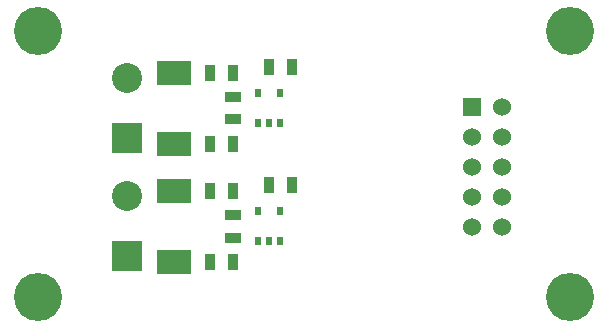
<source format=gbs>
G04 (created by PCBNEW (2013-mar-13)-testing) date Thu 04 Apr 2013 06:59:13 PM CEST*
%MOIN*%
G04 Gerber Fmt 3.4, Leading zero omitted, Abs format*
%FSLAX34Y34*%
G01*
G70*
G90*
G04 APERTURE LIST*
%ADD10C,0.006*%
%ADD11R,0.02X0.03*%
%ADD12R,0.1181X0.0787*%
%ADD13R,0.055X0.035*%
%ADD14R,0.035X0.055*%
%ADD15R,0.06X0.06*%
%ADD16C,0.06*%
%ADD17R,0.1X0.1*%
%ADD18C,0.1*%
%ADD19C,0.16*%
G04 APERTURE END LIST*
G54D10*
G54D11*
X41447Y-45505D03*
X40697Y-45505D03*
X41447Y-44505D03*
X41072Y-45505D03*
X40697Y-44505D03*
X41447Y-49442D03*
X40697Y-49442D03*
X41447Y-48442D03*
X41072Y-49442D03*
X40697Y-48442D03*
G54D12*
X37922Y-43824D03*
X37922Y-46186D03*
X37922Y-47761D03*
X37922Y-50123D03*
G54D13*
X39891Y-45380D03*
X39891Y-44630D03*
X39891Y-49317D03*
X39891Y-48567D03*
G54D14*
X39122Y-50123D03*
X39872Y-50123D03*
X39122Y-47761D03*
X39872Y-47761D03*
X39122Y-46186D03*
X39872Y-46186D03*
X39122Y-43824D03*
X39872Y-43824D03*
X41090Y-43627D03*
X41840Y-43627D03*
X41090Y-47564D03*
X41840Y-47564D03*
G54D15*
X47855Y-44974D03*
G54D16*
X48855Y-44974D03*
X47855Y-45974D03*
X48855Y-45974D03*
X47855Y-46974D03*
X48855Y-46974D03*
X47855Y-47974D03*
X48855Y-47974D03*
X47855Y-48974D03*
X48855Y-48974D03*
G54D17*
X36347Y-49942D03*
G54D18*
X36347Y-47942D03*
G54D17*
X36347Y-46005D03*
G54D18*
X36347Y-44005D03*
G54D19*
X33395Y-51304D03*
X51111Y-51304D03*
X33395Y-42446D03*
X51111Y-42446D03*
M02*

</source>
